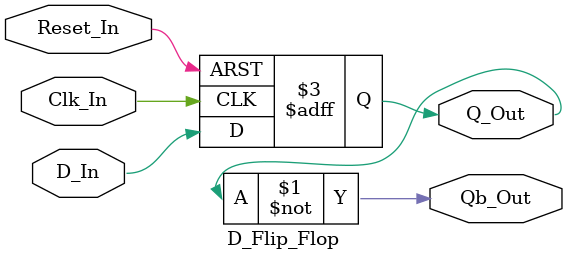
<source format=v>
/*
Verilog Code to implement a D Flip Flop.



Author : Prasad Narayan Ghatol
*/



module D_Flip_Flop (
    input      Clk_In,
    input      Reset_In,

    input      D_In,
    output reg Q_Out,
    output     Qb_Out
);



// --------------------------------------------------
// Assignments
// --------------------------------------------------
assign Qb_Out = ~Q_Out;



// --------------------------------------------------
// D Flip Flop
// --------------------------------------------------
always @ (negedge Clk_In or posedge Reset_In)
    begin
        if (Reset_In)
            begin
                Q_Out <= 1'b0;
            end
        else
            begin
                Q_Out <= D_In;
            end
    end



endmodule
</source>
